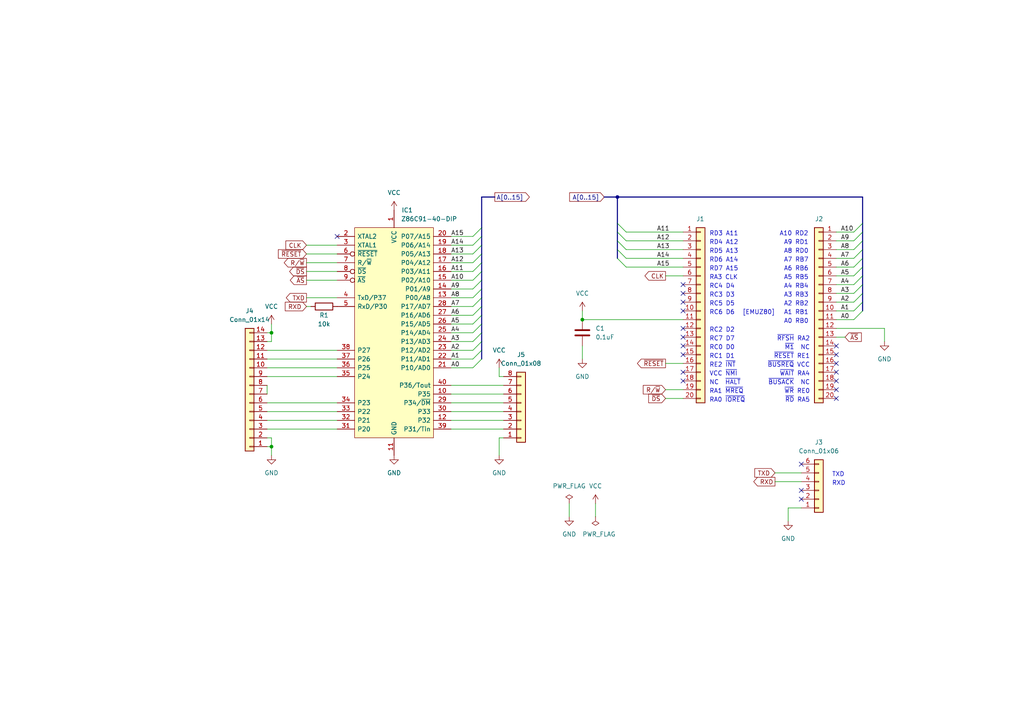
<source format=kicad_sch>
(kicad_sch (version 20211123) (generator eeschema)
  (paper "A4")
  (title_block (title "MEZZ8 Mezzanine board for EMUZ80") (date "2022-11-06") (rev "A") (company "SatoshiOkue"))
  (lib_symbols
    (symbol "0-My_Parts:Z86C91-40-DIP" (pin_names (offset 0.762))
      (property "Reference" "IC" (at 21.59 5.08 0))
      (property "Value" "Z86C91-40-DIP" (at 21.59 2.54 0))
      (symbol "Z86C91-40-DIP_0_0"
        (pin power_in line (at 11.43 5.08 270) (length 5.08) (name "VCC") (number "1"))
        (pin output line (at 27.94 -48.26 180) (length 5.08) (name "P35") (number "10"))
        (pin power_in line (at 11.43 -66.04 90) (length 5.08) (name "GND") (number "11"))
        (pin input line (at 27.94 -55.88 180) (length 5.08) (name "P32") (number "12"))
        (pin bidirectional line (at 27.94 -20.32 180) (length 5.08) (name "P00/A8") (number "13"))
        (pin bidirectional line (at 27.94 -17.78 180) (length 5.08) (name "P01/A9") (number "14"))
        (pin bidirectional line (at 27.94 -15.24 180) (length 5.08) (name "P02/A10") (number "15"))
        (pin bidirectional line (at 27.94 -12.7 180) (length 5.08) (name "P03/A11") (number "16"))
        (pin bidirectional line (at 27.94 -10.16 180) (length 5.08) (name "P04/A12") (number "17"))
        (pin bidirectional line (at 27.94 -7.62 180) (length 5.08) (name "P05/A13") (number "18"))
        (pin bidirectional line (at 27.94 -5.08 180) (length 5.08) (name "P06/A14") (number "19"))
        (pin output line (at -5.08 -2.54 0) (length 5.08) (name "XTAL2") (number "2"))
        (pin bidirectional line (at 27.94 -2.54 180) (length 5.08) (name "P07/A15") (number "20"))
        (pin bidirectional line (at 27.94 -40.64 180) (length 5.08) (name "P10/AD0") (number "21"))
        (pin bidirectional line (at 27.94 -38.1 180) (length 5.08) (name "P11/AD1") (number "22"))
        (pin bidirectional line (at 27.94 -35.56 180) (length 5.08) (name "P12/AD2") (number "23"))
        (pin bidirectional line (at 27.94 -33.02 180) (length 5.08) (name "P13/AD3") (number "24"))
        (pin bidirectional line (at 27.94 -30.48 180) (length 5.08) (name "P14/AD4") (number "25"))
        (pin bidirectional line (at 27.94 -27.94 180) (length 5.08) (name "P15/AD5") (number "26"))
        (pin bidirectional line (at 27.94 -25.4 180) (length 5.08) (name "P16/AD6") (number "27"))
        (pin bidirectional line (at 27.94 -22.86 180) (length 5.08) (name "P17/AD7") (number "28"))
        (pin output line (at 27.94 -50.8 180) (length 5.08) (name "P34/~{DM}") (number "29"))
        (pin input line (at -5.08 -5.08 0) (length 5.08) (name "XTAL1") (number "3"))
        (pin input line (at 27.94 -53.34 180) (length 5.08) (name "P33") (number "30"))
        (pin bidirectional line (at -5.08 -58.42 0) (length 5.08) (name "P20") (number "31"))
        (pin bidirectional line (at -5.08 -55.88 0) (length 5.08) (name "P21") (number "32"))
        (pin bidirectional line (at -5.08 -53.34 0) (length 5.08) (name "P22") (number "33"))
        (pin bidirectional line (at -5.08 -50.8 0) (length 5.08) (name "P23") (number "34"))
        (pin bidirectional line (at -5.08 -43.18 0) (length 5.08) (name "P24") (number "35"))
        (pin bidirectional line (at -5.08 -40.64 0) (length 5.08) (name "P25") (number "36"))
        (pin bidirectional line (at -5.08 -38.1 0) (length 5.08) (name "P26") (number "37"))
        (pin bidirectional line (at -5.08 -35.56 0) (length 5.08) (name "P27") (number "38"))
        (pin input line (at 27.94 -58.42 180) (length 5.08) (name "P31/Tin") (number "39"))
        (pin output line (at -5.08 -20.32 0) (length 5.08) (name "TxD/P37") (number "4"))
        (pin output line (at 27.94 -45.72 180) (length 5.08) (name "P36/Tout") (number "40"))
        (pin input line (at -5.08 -22.86 0) (length 5.08) (name "RxD/P30") (number "5"))
        (pin input inverted (at -5.08 -7.62 0) (length 5.08) (name "~{RESET}") (number "6"))
        (pin output line (at -5.08 -10.16 0) (length 5.08) (name "R/~{W}") (number "7"))
        (pin output inverted (at -5.08 -12.7 0) (length 5.08) (name "~{DS}") (number "8"))
        (pin output inverted (at -5.08 -15.24 0) (length 5.08) (name "~{AS}") (number "9"))
      )
      (symbol "Z86C91-40-DIP_0_1"
        (polyline (pts (xy 0 0) (xy 22.86 0) (xy 22.86 -60.96) (xy 0 -60.96) (xy 0 0)) (stroke (width 0.1524)) (fill (type background)))
      )
    )
    (symbol "Connector_Generic:Conn_01x06" (pin_names (offset 1.016) hide)
      (property "Reference" "J" (at 0 7.62 0))
      (property "Value" "Conn_01x06" (at 0 -10.16 0))
      (symbol "Conn_01x06_1_1"
        (rectangle (start -1.27 -7.493) (end 0 -7.747) (stroke (width 0.1524)))
        (rectangle (start -1.27 -4.953) (end 0 -5.207) (stroke (width 0.1524)))
        (rectangle (start -1.27 -2.413) (end 0 -2.667) (stroke (width 0.1524)))
        (rectangle (start -1.27 0.127) (end 0 -0.127) (stroke (width 0.1524)))
        (rectangle (start -1.27 2.667) (end 0 2.413) (stroke (width 0.1524)))
        (rectangle (start -1.27 5.207) (end 0 4.953) (stroke (width 0.1524)))
        (rectangle (start -1.27 6.35) (end 1.27 -8.89) (stroke (width 0.254)) (fill (type background)))
        (pin passive line (at -5.08 5.08 0) (length 3.81) (name "Pin_1") (number "1"))
        (pin passive line (at -5.08 2.54 0) (length 3.81) (name "Pin_2") (number "2"))
        (pin passive line (at -5.08 0 0) (length 3.81) (name "Pin_3") (number "3"))
        (pin passive line (at -5.08 -2.54 0) (length 3.81) (name "Pin_4") (number "4"))
        (pin passive line (at -5.08 -5.08 0) (length 3.81) (name "Pin_5") (number "5"))
        (pin passive line (at -5.08 -7.62 0) (length 3.81) (name "Pin_6") (number "6"))
      )
    )
    (symbol "Connector_Generic:Conn_01x08" (pin_names (offset 1.016) hide)
      (property "Reference" "J" (at 0 10.16 0))
      (property "Value" "Conn_01x08" (at 0 -12.7 0))
      (symbol "Conn_01x08_1_1"
        (rectangle (start -1.27 -10.033) (end 0 -10.287) (stroke (width 0.1524)))
        (rectangle (start -1.27 -7.493) (end 0 -7.747) (stroke (width 0.1524)))
        (rectangle (start -1.27 -4.953) (end 0 -5.207) (stroke (width 0.1524)))
        (rectangle (start -1.27 -2.413) (end 0 -2.667) (stroke (width 0.1524)))
        (rectangle (start -1.27 0.127) (end 0 -0.127) (stroke (width 0.1524)))
        (rectangle (start -1.27 2.667) (end 0 2.413) (stroke (width 0.1524)))
        (rectangle (start -1.27 5.207) (end 0 4.953) (stroke (width 0.1524)))
        (rectangle (start -1.27 7.747) (end 0 7.493) (stroke (width 0.1524)))
        (rectangle (start -1.27 8.89) (end 1.27 -11.43) (stroke (width 0.254)) (fill (type background)))
        (pin passive line (at -5.08 7.62 0) (length 3.81) (name "Pin_1") (number "1"))
        (pin passive line (at -5.08 5.08 0) (length 3.81) (name "Pin_2") (number "2"))
        (pin passive line (at -5.08 2.54 0) (length 3.81) (name "Pin_3") (number "3"))
        (pin passive line (at -5.08 0 0) (length 3.81) (name "Pin_4") (number "4"))
        (pin passive line (at -5.08 -2.54 0) (length 3.81) (name "Pin_5") (number "5"))
        (pin passive line (at -5.08 -5.08 0) (length 3.81) (name "Pin_6") (number "6"))
        (pin passive line (at -5.08 -7.62 0) (length 3.81) (name "Pin_7") (number "7"))
        (pin passive line (at -5.08 -10.16 0) (length 3.81) (name "Pin_8") (number "8"))
      )
    )
    (symbol "Connector_Generic:Conn_01x14" (pin_names (offset 1.016) hide)
      (property "Reference" "J" (at 0 17.78 0))
      (property "Value" "Conn_01x14" (at 0 -20.32 0))
      (symbol "Conn_01x14_1_1"
        (rectangle (start -1.27 -17.653) (end 0 -17.907) (stroke (width 0.1524)))
        (rectangle (start -1.27 -15.113) (end 0 -15.367) (stroke (width 0.1524)))
        (rectangle (start -1.27 -12.573) (end 0 -12.827) (stroke (width 0.1524)))
        (rectangle (start -1.27 -10.033) (end 0 -10.287) (stroke (width 0.1524)))
        (rectangle (start -1.27 -7.493) (end 0 -7.747) (stroke (width 0.1524)))
        (rectangle (start -1.27 -4.953) (end 0 -5.207) (stroke (width 0.1524)))
        (rectangle (start -1.27 -2.413) (end 0 -2.667) (stroke (width 0.1524)))
        (rectangle (start -1.27 0.127) (end 0 -0.127) (stroke (width 0.1524)))
        (rectangle (start -1.27 2.667) (end 0 2.413) (stroke (width 0.1524)))
        (rectangle (start -1.27 5.207) (end 0 4.953) (stroke (width 0.1524)))
        (rectangle (start -1.27 7.747) (end 0 7.493) (stroke (width 0.1524)))
        (rectangle (start -1.27 10.287) (end 0 10.033) (stroke (width 0.1524)))
        (rectangle (start -1.27 12.827) (end 0 12.573) (stroke (width 0.1524)))
        (rectangle (start -1.27 15.367) (end 0 15.113) (stroke (width 0.1524)))
        (rectangle (start -1.27 16.51) (end 1.27 -19.05) (stroke (width 0.254)) (fill (type background)))
        (pin passive line (at -5.08 15.24 0) (length 3.81) (name "Pin_1") (number "1"))
        (pin passive line (at -5.08 -7.62 0) (length 3.81) (name "Pin_10") (number "10"))
        (pin passive line (at -5.08 -10.16 0) (length 3.81) (name "Pin_11") (number "11"))
        (pin passive line (at -5.08 -12.7 0) (length 3.81) (name "Pin_12") (number "12"))
        (pin passive line (at -5.08 -15.24 0) (length 3.81) (name "Pin_13") (number "13"))
        (pin passive line (at -5.08 -17.78 0) (length 3.81) (name "Pin_14") (number "14"))
        (pin passive line (at -5.08 12.7 0) (length 3.81) (name "Pin_2") (number "2"))
        (pin passive line (at -5.08 10.16 0) (length 3.81) (name "Pin_3") (number "3"))
        (pin passive line (at -5.08 7.62 0) (length 3.81) (name "Pin_4") (number "4"))
        (pin passive line (at -5.08 5.08 0) (length 3.81) (name "Pin_5") (number "5"))
        (pin passive line (at -5.08 2.54 0) (length 3.81) (name "Pin_6") (number "6"))
        (pin passive line (at -5.08 0 0) (length 3.81) (name "Pin_7") (number "7"))
        (pin passive line (at -5.08 -2.54 0) (length 3.81) (name "Pin_8") (number "8"))
        (pin passive line (at -5.08 -5.08 0) (length 3.81) (name "Pin_9") (number "9"))
      )
    )
    (symbol "Connector_Generic:Conn_01x20" (pin_names (offset 1.016) hide)
      (property "Reference" "J" (at 0 25.4 0))
      (property "Value" "Conn_01x20" (at 0 -27.94 0))
      (symbol "Conn_01x20_1_1"
        (rectangle (start -1.27 -25.273) (end 0 -25.527) (stroke (width 0.1524)))
        (rectangle (start -1.27 -22.733) (end 0 -22.987) (stroke (width 0.1524)))
        (rectangle (start -1.27 -20.193) (end 0 -20.447) (stroke (width 0.1524)))
        (rectangle (start -1.27 -17.653) (end 0 -17.907) (stroke (width 0.1524)))
        (rectangle (start -1.27 -15.113) (end 0 -15.367) (stroke (width 0.1524)))
        (rectangle (start -1.27 -12.573) (end 0 -12.827) (stroke (width 0.1524)))
        (rectangle (start -1.27 -10.033) (end 0 -10.287) (stroke (width 0.1524)))
        (rectangle (start -1.27 -7.493) (end 0 -7.747) (stroke (width 0.1524)))
        (rectangle (start -1.27 -4.953) (end 0 -5.207) (stroke (width 0.1524)))
        (rectangle (start -1.27 -2.413) (end 0 -2.667) (stroke (width 0.1524)))
        (rectangle (start -1.27 0.127) (end 0 -0.127) (stroke (width 0.1524)))
        (rectangle (start -1.27 2.667) (end 0 2.413) (stroke (width 0.1524)))
        (rectangle (start -1.27 5.207) (end 0 4.953) (stroke (width 0.1524)))
        (rectangle (start -1.27 7.747) (end 0 7.493) (stroke (width 0.1524)))
        (rectangle (start -1.27 10.287) (end 0 10.033) (stroke (width 0.1524)))
        (rectangle (start -1.27 12.827) (end 0 12.573) (stroke (width 0.1524)))
        (rectangle (start -1.27 15.367) (end 0 15.113) (stroke (width 0.1524)))
        (rectangle (start -1.27 17.907) (end 0 17.653) (stroke (width 0.1524)))
        (rectangle (start -1.27 20.447) (end 0 20.193) (stroke (width 0.1524)))
        (rectangle (start -1.27 22.987) (end 0 22.733) (stroke (width 0.1524)))
        (rectangle (start -1.27 24.13) (end 1.27 -26.67) (stroke (width 0.254)) (fill (type background)))
        (pin passive line (at -5.08 22.86 0) (length 3.81) (name "Pin_1") (number "1"))
        (pin passive line (at -5.08 0 0) (length 3.81) (name "Pin_10") (number "10"))
        (pin passive line (at -5.08 -2.54 0) (length 3.81) (name "Pin_11") (number "11"))
        (pin passive line (at -5.08 -5.08 0) (length 3.81) (name "Pin_12") (number "12"))
        (pin passive line (at -5.08 -7.62 0) (length 3.81) (name "Pin_13") (number "13"))
        (pin passive line (at -5.08 -10.16 0) (length 3.81) (name "Pin_14") (number "14"))
        (pin passive line (at -5.08 -12.7 0) (length 3.81) (name "Pin_15") (number "15"))
        (pin passive line (at -5.08 -15.24 0) (length 3.81) (name "Pin_16") (number "16"))
        (pin passive line (at -5.08 -17.78 0) (length 3.81) (name "Pin_17") (number "17"))
        (pin passive line (at -5.08 -20.32 0) (length 3.81) (name "Pin_18") (number "18"))
        (pin passive line (at -5.08 -22.86 0) (length 3.81) (name "Pin_19") (number "19"))
        (pin passive line (at -5.08 20.32 0) (length 3.81) (name "Pin_2") (number "2"))
        (pin passive line (at -5.08 -25.4 0) (length 3.81) (name "Pin_20") (number "20"))
        (pin passive line (at -5.08 17.78 0) (length 3.81) (name "Pin_3") (number "3"))
        (pin passive line (at -5.08 15.24 0) (length 3.81) (name "Pin_4") (number "4"))
        (pin passive line (at -5.08 12.7 0) (length 3.81) (name "Pin_5") (number "5"))
        (pin passive line (at -5.08 10.16 0) (length 3.81) (name "Pin_6") (number "6"))
        (pin passive line (at -5.08 7.62 0) (length 3.81) (name "Pin_7") (number "7"))
        (pin passive line (at -5.08 5.08 0) (length 3.81) (name "Pin_8") (number "8"))
        (pin passive line (at -5.08 2.54 0) (length 3.81) (name "Pin_9") (number "9"))
      )
    )
    (symbol "Device:C" (pin_numbers hide) (pin_names (offset 0.254))
      (property "Reference" "C" (at 0.635 2.54 0))
      (property "Value" "C" (at 0.635 -2.54 0))
      (symbol "C_0_1"
        (polyline (pts (xy -2.032 -0.762) (xy 2.032 -0.762)) (stroke (width 0.508)))
        (polyline (pts (xy -2.032 0.762) (xy 2.032 0.762)) (stroke (width 0.508)))
      )
      (symbol "C_1_1"
        (pin passive line (at 0 3.81 270) (length 2.794) (name "~") (number "1"))
        (pin passive line (at 0 -3.81 90) (length 2.794) (name "~") (number "2"))
      )
    )
    (symbol "Device:R" (pin_numbers hide) (pin_names (offset 0))
      (property "Reference" "R" (at 2.032 0 90))
      (property "Value" "R" (at 0 0 90))
      (symbol "R_0_1"
        (rectangle (start -1.016 -2.54) (end 1.016 2.54) (stroke (width 0.254)))
      )
      (symbol "R_1_1"
        (pin passive line (at 0 3.81 270) (length 1.27) (name "~") (number "1"))
        (pin passive line (at 0 -3.81 90) (length 1.27) (name "~") (number "2"))
      )
    )
    (symbol "power:GND" (power) (pin_names (offset 0))
      (property "Value" "GND" (at 0 -3.81 0))
      (symbol "GND_0_1"
        (polyline (pts (xy 0 0) (xy 0 -1.27) (xy 1.27 -1.27) (xy 0 -2.54) (xy -1.27 -1.27) (xy 0 -1.27)))
      )
      (symbol "GND_1_1"
        (pin power_in line (at 0 0 270) (length 0) hide (name "GND") (number "1"))
      )
    )
    (symbol "power:PWR_FLAG" (power) (pin_numbers hide) (pin_names (offset 0) hide)
      (property "Value" "PWR_FLAG" (at 0 3.81 0))
      (symbol "PWR_FLAG_0_0"
        (pin power_out line (at 0 0 90) (length 0) (name "pwr") (number "1"))
      )
      (symbol "PWR_FLAG_0_1"
        (polyline (pts (xy 0 0) (xy 0 1.27) (xy -1.016 1.905) (xy 0 2.54) (xy 1.016 1.905) (xy 0 1.27)))
      )
    )
    (symbol "power:VCC" (power) (pin_names (offset 0))
      (property "Value" "VCC" (at 0 3.81 0))
      (symbol "VCC_0_1"
        (polyline (pts (xy -0.762 1.27) (xy 0 2.54)))
        (polyline (pts (xy 0 0) (xy 0 2.54)))
        (polyline (pts (xy 0 2.54) (xy 0.762 1.27)))
      )
      (symbol "VCC_1_1"
        (pin power_in line (at 0 0 90) (length 0) hide (name "VCC") (number "1"))
      )
    )
  )
  (junction (at 168.91 92.71))
  (junction (at 78.74 129.54))
  (junction (at 179.07 57.15))
  (junction (at 78.74 96.52))
  (no_connect (at 242.57 100.33))
  (no_connect (at 242.57 110.49))
  (no_connect (at 198.12 110.49))
  (no_connect (at 232.41 144.78))
  (no_connect (at 232.41 142.24))
  (no_connect (at 232.41 134.62))
  (no_connect (at 198.12 107.95))
  (no_connect (at 242.57 105.41))
  (no_connect (at 198.12 95.25))
  (no_connect (at 198.12 97.79))
  (no_connect (at 198.12 100.33))
  (no_connect (at 198.12 102.87))
  (no_connect (at 198.12 82.55))
  (no_connect (at 198.12 85.09))
  (no_connect (at 198.12 87.63))
  (no_connect (at 198.12 90.17))
  (no_connect (at 97.79 68.58))
  (no_connect (at 242.57 113.03))
  (no_connect (at 242.57 115.57))
  (no_connect (at 242.57 102.87))
  (no_connect (at 242.57 107.95))
  (bus_entry (at 250.19 74.93) (size -2.54 2.54))
  (bus_entry (at 179.07 72.39) (size 2.54 2.54))
  (bus_entry (at 250.19 87.63) (size -2.54 2.54))
  (bus_entry (at 139.7 76.2) (size -2.54 2.54))
  (bus_entry (at 250.19 64.77) (size -2.54 2.54))
  (bus_entry (at 139.7 83.82) (size -2.54 2.54))
  (bus_entry (at 250.19 72.39) (size -2.54 2.54))
  (bus_entry (at 250.19 90.17) (size -2.54 2.54))
  (bus_entry (at 139.7 104.14) (size -2.54 2.54))
  (bus_entry (at 139.7 71.12) (size -2.54 2.54))
  (bus_entry (at 139.7 81.28) (size -2.54 2.54))
  (bus_entry (at 250.19 80.01) (size -2.54 2.54))
  (bus_entry (at 179.07 67.31) (size 2.54 2.54))
  (bus_entry (at 179.07 74.93) (size 2.54 2.54))
  (bus_entry (at 179.07 69.85) (size 2.54 2.54))
  (bus_entry (at 139.7 88.9) (size -2.54 2.54))
  (bus_entry (at 179.07 64.77) (size 2.54 2.54))
  (bus_entry (at 139.7 96.52) (size -2.54 2.54))
  (bus_entry (at 250.19 67.31) (size -2.54 2.54))
  (bus_entry (at 250.19 77.47) (size -2.54 2.54))
  (bus_entry (at 139.7 99.06) (size -2.54 2.54))
  (bus_entry (at 250.19 82.55) (size -2.54 2.54))
  (bus_entry (at 139.7 73.66) (size -2.54 2.54))
  (bus_entry (at 139.7 68.58) (size -2.54 2.54))
  (bus_entry (at 139.7 78.74) (size -2.54 2.54))
  (bus_entry (at 139.7 101.6) (size -2.54 2.54))
  (bus_entry (at 139.7 93.98) (size -2.54 2.54))
  (bus_entry (at 139.7 86.36) (size -2.54 2.54))
  (bus_entry (at 250.19 69.85) (size -2.54 2.54))
  (bus_entry (at 139.7 66.04) (size -2.54 2.54))
  (bus_entry (at 139.7 91.44) (size -2.54 2.54))
  (bus_entry (at 250.19 85.09) (size -2.54 2.54))
  (wire (pts (xy 232.41 147.32) (xy 228.6 147.32)))
  (wire (pts (xy 130.81 99.06) (xy 137.16 99.06)))
  (bus (pts (xy 139.7 71.12) (xy 139.7 73.66)))
  (bus (pts (xy 139.7 86.36) (xy 139.7 88.9)))
  (wire (pts (xy 242.57 97.79) (xy 245.11 97.79)))
  (wire (pts (xy 168.91 100.33) (xy 168.91 104.14)))
  (bus (pts (xy 139.7 68.58) (xy 139.7 71.12)))
  (bus (pts (xy 139.7 96.52) (xy 139.7 99.06)))
  (wire (pts (xy 242.57 95.25) (xy 256.54 95.25)))
  (bus (pts (xy 139.7 93.98) (xy 139.7 96.52)))
  (wire (pts (xy 88.9 81.28) (xy 97.79 81.28)))
  (wire (pts (xy 130.81 101.6) (xy 137.16 101.6)))
  (bus (pts (xy 250.19 77.47) (xy 250.19 80.01)))
  (wire (pts (xy 130.81 124.46) (xy 146.05 124.46)))
  (bus (pts (xy 250.19 67.31) (xy 250.19 69.85)))
  (bus (pts (xy 250.19 74.93) (xy 250.19 77.47)))
  (wire (pts (xy 224.79 139.7) (xy 232.41 139.7)))
  (wire (pts (xy 77.47 109.22) (xy 97.79 109.22)))
  (bus (pts (xy 250.19 85.09) (xy 250.19 87.63)))
  (wire (pts (xy 77.47 129.54) (xy 78.74 129.54)))
  (wire (pts (xy 181.61 67.31) (xy 198.12 67.31)))
  (wire (pts (xy 228.6 147.32) (xy 228.6 151.13)))
  (wire (pts (xy 144.78 106.68) (xy 144.78 109.22)))
  (wire (pts (xy 242.57 67.31) (xy 247.65 67.31)))
  (bus (pts (xy 139.7 83.82) (xy 139.7 86.36)))
  (wire (pts (xy 130.81 76.2) (xy 137.16 76.2)))
  (wire (pts (xy 77.47 116.84) (xy 97.79 116.84)))
  (wire (pts (xy 78.74 129.54) (xy 78.74 132.08)))
  (wire (pts (xy 88.9 78.74) (xy 97.79 78.74)))
  (wire (pts (xy 130.81 83.82) (xy 137.16 83.82)))
  (wire (pts (xy 130.81 81.28) (xy 137.16 81.28)))
  (bus (pts (xy 250.19 64.77) (xy 250.19 67.31)))
  (wire (pts (xy 130.81 111.76) (xy 146.05 111.76)))
  (wire (pts (xy 168.91 92.71) (xy 198.12 92.71)))
  (wire (pts (xy 181.61 74.93) (xy 198.12 74.93)))
  (wire (pts (xy 77.47 121.92) (xy 97.79 121.92)))
  (bus (pts (xy 139.7 73.66) (xy 139.7 76.2)))
  (bus (pts (xy 179.07 64.77) (xy 179.07 57.15)))
  (wire (pts (xy 130.81 93.98) (xy 137.16 93.98)))
  (wire (pts (xy 130.81 116.84) (xy 146.05 116.84)))
  (bus (pts (xy 175.26 57.15) (xy 179.07 57.15)))
  (bus (pts (xy 250.19 57.15) (xy 250.19 64.77)))
  (bus (pts (xy 250.19 80.01) (xy 250.19 82.55)))
  (wire (pts (xy 181.61 69.85) (xy 198.12 69.85)))
  (bus (pts (xy 179.07 74.93) (xy 179.07 72.39)))
  (bus (pts (xy 143.51 57.15) (xy 139.7 57.15)))
  (wire (pts (xy 242.57 69.85) (xy 247.65 69.85)))
  (wire (pts (xy 130.81 86.36) (xy 137.16 86.36)))
  (bus (pts (xy 139.7 66.04) (xy 139.7 68.58)))
  (wire (pts (xy 78.74 96.52) (xy 78.74 93.98)))
  (wire (pts (xy 88.9 88.9) (xy 90.17 88.9)))
  (wire (pts (xy 172.72 146.05) (xy 172.72 149.86)))
  (wire (pts (xy 77.47 101.6) (xy 97.79 101.6)))
  (wire (pts (xy 242.57 90.17) (xy 247.65 90.17)))
  (wire (pts (xy 130.81 91.44) (xy 137.16 91.44)))
  (bus (pts (xy 139.7 81.28) (xy 139.7 83.82)))
  (bus (pts (xy 139.7 88.9) (xy 139.7 91.44)))
  (wire (pts (xy 193.04 115.57) (xy 198.12 115.57)))
  (wire (pts (xy 224.79 137.16) (xy 232.41 137.16)))
  (bus (pts (xy 179.07 72.39) (xy 179.07 69.85)))
  (wire (pts (xy 77.47 106.68) (xy 97.79 106.68)))
  (bus (pts (xy 139.7 57.15) (xy 139.7 66.04)))
  (wire (pts (xy 88.9 71.12) (xy 97.79 71.12)))
  (bus (pts (xy 250.19 87.63) (xy 250.19 90.17)))
  (wire (pts (xy 242.57 77.47) (xy 247.65 77.47)))
  (wire (pts (xy 242.57 74.93) (xy 247.65 74.93)))
  (wire (pts (xy 130.81 106.68) (xy 137.16 106.68)))
  (wire (pts (xy 242.57 82.55) (xy 247.65 82.55)))
  (wire (pts (xy 242.57 92.71) (xy 247.65 92.71)))
  (wire (pts (xy 193.04 113.03) (xy 198.12 113.03)))
  (wire (pts (xy 130.81 68.58) (xy 137.16 68.58)))
  (bus (pts (xy 179.07 57.15) (xy 250.19 57.15)))
  (wire (pts (xy 77.47 104.14) (xy 97.79 104.14)))
  (wire (pts (xy 144.78 109.22) (xy 146.05 109.22)))
  (wire (pts (xy 77.47 119.38) (xy 97.79 119.38)))
  (wire (pts (xy 130.81 88.9) (xy 137.16 88.9)))
  (wire (pts (xy 88.9 73.66) (xy 97.79 73.66)))
  (wire (pts (xy 193.04 80.01) (xy 198.12 80.01)))
  (wire (pts (xy 256.54 95.25) (xy 256.54 99.06)))
  (wire (pts (xy 168.91 90.17) (xy 168.91 92.71)))
  (wire (pts (xy 242.57 80.01) (xy 247.65 80.01)))
  (wire (pts (xy 130.81 96.52) (xy 137.16 96.52)))
  (wire (pts (xy 242.57 85.09) (xy 247.65 85.09)))
  (wire (pts (xy 165.1 146.05) (xy 165.1 149.86)))
  (bus (pts (xy 179.07 67.31) (xy 179.07 64.77)))
  (wire (pts (xy 130.81 114.3) (xy 146.05 114.3)))
  (bus (pts (xy 139.7 101.6) (xy 139.7 104.14)))
  (wire (pts (xy 181.61 77.47) (xy 198.12 77.47)))
  (bus (pts (xy 250.19 82.55) (xy 250.19 85.09)))
  (bus (pts (xy 139.7 91.44) (xy 139.7 93.98)))
  (wire (pts (xy 77.47 124.46) (xy 97.79 124.46)))
  (wire (pts (xy 181.61 72.39) (xy 198.12 72.39)))
  (wire (pts (xy 77.47 111.76) (xy 77.47 114.3)))
  (bus (pts (xy 179.07 69.85) (xy 179.07 67.31)))
  (wire (pts (xy 130.81 73.66) (xy 137.16 73.66)))
  (wire (pts (xy 78.74 127) (xy 78.74 129.54)))
  (bus (pts (xy 139.7 99.06) (xy 139.7 101.6)))
  (wire (pts (xy 242.57 87.63) (xy 247.65 87.63)))
  (wire (pts (xy 130.81 78.74) (xy 137.16 78.74)))
  (wire (pts (xy 130.81 71.12) (xy 137.16 71.12)))
  (wire (pts (xy 193.04 105.41) (xy 198.12 105.41)))
  (wire (pts (xy 88.9 86.36) (xy 97.79 86.36)))
  (wire (pts (xy 130.81 104.14) (xy 137.16 104.14)))
  (wire (pts (xy 130.81 121.92) (xy 146.05 121.92)))
  (bus (pts (xy 139.7 76.2) (xy 139.7 78.74)))
  (wire (pts (xy 88.9 76.2) (xy 97.79 76.2)))
  (wire (pts (xy 144.78 127) (xy 144.78 132.08)))
  (bus (pts (xy 250.19 69.85) (xy 250.19 72.39)))
  (wire (pts (xy 242.57 72.39) (xy 247.65 72.39)))
  (wire (pts (xy 130.81 119.38) (xy 146.05 119.38)))
  (wire (pts (xy 146.05 127) (xy 144.78 127)))
  (wire (pts (xy 77.47 96.52) (xy 78.74 96.52)))
  (wire (pts (xy 77.47 127) (xy 78.74 127)))
  (bus (pts (xy 250.19 72.39) (xy 250.19 74.93)))
  (bus (pts (xy 139.7 78.74) (xy 139.7 81.28)))
  (wire (pts (xy 77.47 99.06) (xy 78.74 99.06)))
  (wire (pts (xy 78.74 99.06) (xy 78.74 96.52)))
  (text "RC6 D6" (at 205.74 91.44 0) (effects (font (size 1.27 1.27)) (justify left bottom)))
  (text "RXD" (at 241.3 140.97 0) (effects (font (size 1.27 1.27)) (justify left bottom)))
  (text "A10 RD2" (at 226.06 68.58 0) (effects (font (size 1.27 1.27)) (justify left bottom)))
  (text "~{RFSH} RA2" (at 234.95 99.06 180) (effects (font (size 1.27 1.27)) (justify right bottom)))
  (text "[EMUZ80]" (at 224.79 91.44 180) (effects (font (size 1.27 1.27)) (justify right bottom)))
  (text "RD4 A12" (at 205.74 71.12 0) (effects (font (size 1.27 1.27)) (justify left bottom)))
  (text "VCC ~{NMI}" (at 205.74 109.22 0) (effects (font (size 1.27 1.27)) (justify left bottom)))
  (text "RC4 D4" (at 205.74 83.82 0) (effects (font (size 1.27 1.27)) (justify left bottom)))
  (text "TXD" (at 241.3 138.43 0) (effects (font (size 1.27 1.27)) (justify left bottom)))
  (text "RC2 D2" (at 205.74 96.52 0) (effects (font (size 1.27 1.27)) (justify left bottom)))
  (text "RA3 CLK" (at 205.74 81.28 0) (effects (font (size 1.27 1.27)) (justify left bottom)))
  (text "A2 RB2" (at 227.33 88.9 0) (effects (font (size 1.27 1.27)) (justify left bottom)))
  (text "A5 RB5" (at 227.33 81.28 0) (effects (font (size 1.27 1.27)) (justify left bottom)))
  (text "~{M1}  NC" (at 234.95 101.6 180) (effects (font (size 1.27 1.27)) (justify right bottom)))
  (text "RE2 ~{INT}" (at 205.74 106.68 0) (effects (font (size 1.27 1.27)) (justify left bottom)))
  (text "RC0 D0" (at 205.74 101.6 0) (effects (font (size 1.27 1.27)) (justify left bottom)))
  (text "A0 RB0" (at 227.33 93.98 0) (effects (font (size 1.27 1.27)) (justify left bottom)))
  (text "A7 RB7" (at 227.33 76.2 0) (effects (font (size 1.27 1.27)) (justify left bottom)))
  (text "RC1 D1" (at 205.74 104.14 0) (effects (font (size 1.27 1.27)) (justify left bottom)))
  (text "A3 RB3" (at 227.33 86.36 0) (effects (font (size 1.27 1.27)) (justify left bottom)))
  (text "~{BUSREQ} VCC" (at 234.95 106.68 180) (effects (font (size 1.27 1.27)) (justify right bottom)))
  (text "RD6 A14" (at 205.74 76.2 0) (effects (font (size 1.27 1.27)) (justify left bottom)))
  (text "RD3 A11" (at 205.74 68.58 0) (effects (font (size 1.27 1.27)) (justify left bottom)))
  (text "~{WAIT} RA4" (at 234.95 109.22 180) (effects (font (size 1.27 1.27)) (justify right bottom)))
  (text "A4 RB4" (at 227.33 83.82 0) (effects (font (size 1.27 1.27)) (justify left bottom)))
  (text "RA0 ~{IOREQ}" (at 205.74 116.84 0) (effects (font (size 1.27 1.27)) (justify left bottom)))
  (text "~{BUSACK}  NC" (at 234.95 111.76 180) (effects (font (size 1.27 1.27)) (justify right bottom)))
  (text "A8 RD0" (at 227.33 73.66 0) (effects (font (size 1.27 1.27)) (justify left bottom)))
  (text "~{WR} RE0" (at 234.95 114.3 180) (effects (font (size 1.27 1.27)) (justify right bottom)))
  (text "RA1 ~{MREQ}" (at 205.74 114.3 0) (effects (font (size 1.27 1.27)) (justify left bottom)))
  (text "RC3 D3" (at 205.74 86.36 0) (effects (font (size 1.27 1.27)) (justify left bottom)))
  (text "~{RESET} RE1" (at 234.95 104.14 180) (effects (font (size 1.27 1.27)) (justify right bottom)))
  (text "A6 RB6" (at 227.33 78.74 0) (effects (font (size 1.27 1.27)) (justify left bottom)))
  (text "A1 RB1" (at 227.33 91.44 0) (effects (font (size 1.27 1.27)) (justify left bottom)))
  (text "RC7 D7" (at 205.74 99.06 0) (effects (font (size 1.27 1.27)) (justify left bottom)))
  (text "RC5 D5" (at 205.74 88.9 0) (effects (font (size 1.27 1.27)) (justify left bottom)))
  (text "RD5 A13" (at 205.74 73.66 0) (effects (font (size 1.27 1.27)) (justify left bottom)))
  (text "A9 RD1" (at 227.33 71.12 0) (effects (font (size 1.27 1.27)) (justify left bottom)))
  (text "NC  ~{HALT}" (at 205.74 111.76 0) (effects (font (size 1.27 1.27)) (justify left bottom)))
  (text "RD7 A15" (at 205.74 78.74 0) (effects (font (size 1.27 1.27)) (justify left bottom)))
  (text "~{RD} RA5" (at 234.95 116.84 180) (effects (font (size 1.27 1.27)) (justify right bottom)))
  (label "A13" (at 190.5 72.39 0))
  (label "A7" (at 130.81 88.9 0))
  (label "A14" (at 130.81 71.12 0))
  (label "A5" (at 243.84 80.01 0))
  (label "A3" (at 243.84 85.09 0))
  (label "A1" (at 243.84 90.17 0))
  (label "A2" (at 243.84 87.63 0))
  (label "A6" (at 243.84 77.47 0))
  (label "A14" (at 190.5 74.93 0))
  (label "A0" (at 243.84 92.71 0))
  (label "A11" (at 130.81 78.74 0))
  (label "A4" (at 243.84 82.55 0))
  (label "A13" (at 130.81 73.66 0))
  (label "A2" (at 130.81 101.6 0))
  (label "A15" (at 130.81 68.58 0))
  (label "A12" (at 130.81 76.2 0))
  (label "A4" (at 130.81 96.52 0))
  (label "A0" (at 130.81 106.68 0))
  (label "A3" (at 130.81 99.06 0))
  (label "A10" (at 130.81 81.28 0))
  (label "A11" (at 190.5 67.31 0))
  (label "A1" (at 130.81 104.14 0))
  (label "A7" (at 243.84 74.93 0))
  (label "A5" (at 130.81 93.98 0))
  (label "A15" (at 190.5 77.47 0))
  (label "A8" (at 130.81 86.36 0))
  (label "A9" (at 130.81 83.82 0))
  (label "A10" (at 243.84 67.31 0))
  (label "A8" (at 243.84 72.39 0))
  (label "A12" (at 190.5 69.85 0))
  (label "A9" (at 243.84 69.85 0))
  (label "A6" (at 130.81 91.44 0))
  (global_label "~{DS}" (shape input) (at 193.04 115.57 180) (property "シート間のリファレンス" "${INTERSHEET_REFS}" (effects hide)))
  (global_label "~{DS}" (shape output) (at 88.9 78.74 180) (property "シート間のリファレンス" "${INTERSHEET_REFS}" (effects hide)))
  (global_label "CLK" (shape input) (at 88.9 71.12 180) (property "シート間のリファレンス" "${INTERSHEET_REFS}" (effects hide)))
  (global_label "~{AS}" (shape output) (at 88.9 81.28 180) (property "シート間のリファレンス" "${INTERSHEET_REFS}" (effects hide)))
  (global_label "TXD" (shape output) (at 88.9 86.36 180) (property "シート間のリファレンス" "${INTERSHEET_REFS}" (effects hide)))
  (global_label "TXD" (shape input) (at 224.79 137.16 180) (property "シート間のリファレンス" "${INTERSHEET_REFS}" (effects hide)))
  (global_label "~{RESET}" (shape input) (at 88.9 73.66 180) (property "シート間のリファレンス" "${INTERSHEET_REFS}" (effects hide)))
  (global_label "CLK" (shape output) (at 193.04 80.01 180) (property "シート間のリファレンス" "${INTERSHEET_REFS}" (effects hide)))
  (global_label "~{RESET}" (shape output) (at 193.04 105.41 180) (property "シート間のリファレンス" "${INTERSHEET_REFS}" (effects hide)))
  (global_label "~{AS}" (shape input) (at 245.11 97.79 0) (property "シート間のリファレンス" "${INTERSHEET_REFS}" (effects hide)))
  (global_label "A[0..15]" (shape input) (at 175.26 57.15 180) (property "シート間のリファレンス" "${INTERSHEET_REFS}" (effects hide)))
  (global_label "A[0..15]" (shape output) (at 143.51 57.15 0) (property "シート間のリファレンス" "${INTERSHEET_REFS}" (effects hide)))
  (global_label "RXD" (shape output) (at 224.79 139.7 180) (property "シート間のリファレンス" "${INTERSHEET_REFS}" (effects hide)))
  (global_label "RXD" (shape input) (at 88.9 88.9 180) (property "シート間のリファレンス" "${INTERSHEET_REFS}" (effects hide)))
  (global_label "R{slash}~{W}" (shape output) (at 88.9 76.2 180) (property "シート間のリファレンス" "${INTERSHEET_REFS}" (effects hide)))
  (global_label "R{slash}~{W}" (shape input) (at 193.04 113.03 180) (property "シート間のリファレンス" "${INTERSHEET_REFS}" (effects hide)))
  (symbol (lib_id "Connector_Generic:Conn_01x20") (at 237.49 90.17 0) (mirror y) (unit 1)
    (property "Reference" "J2" (at 238.76 63.5 0) (effects (justify left)))
    (property "Value" "Conn_01x20" (effects hide))
    (property "Footprint" "Connector_PinHeader_2.54mm:PinHeader_1x20_P2.54mm_Vertical" (effects hide))
  )
  (symbol (lib_id "Connector_Generic:Conn_01x06") (at 237.49 142.24 0) (mirror x) (unit 1)
    (property "Reference" "J3" (at 237.49 128.27 0))
    (property "Value" "Conn_01x06" (at 237.49 130.81 0))
    (property "Footprint" "Connector_PinHeader_2.54mm:PinHeader_1x06_P2.54mm_Vertical" (effects hide))
  )
  (symbol (lib_id "0-My_Parts:Z86C91-40-DIP") (at 102.87 66.04 0) (unit 1)
    (property "Reference" "IC1" (at 118.11 60.96 0))
    (property "Value" "Z86C91-40-DIP" (at 124.46 63.5 0))
    (property "Footprint" "Package_DIP:DIP-40_W15.24mm" (effects hide))
    (property "Datasheet" "https://componentsearchengine.com/Datasheets/1/Z86C9116PEG.pdf" (effects hide))
    (property "Description" "Zilog 8-bit Microcontrollers - MCU 16MHz ROMLESS" (effects hide))
    (property "Height" "4.06" (effects hide))
    (property "Manufacturer_Name" "Zilog" (effects hide))
    (property "Manufacturer_Part_Number" "Z86C9116PEG" (effects hide))
  )
  (symbol (lib_id "power:GND") (at 78.74 132.08 0) (unit 1)
    (property "Reference" "#PWR0106" (effects hide))
    (property "Value" "GND" (at 78.74 137.16 0))
  )
  (symbol (lib_id "Connector_Generic:Conn_01x14") (at 72.39 114.3 180) (unit 1)
    (property "Reference" "J4" (at 72.39 90.17 0))
    (property "Value" "Conn_01x14" (at 72.39 92.71 0))
    (property "Footprint" "Connector_PinSocket_2.54mm:PinSocket_1x14_P2.54mm_Vertical" (effects hide))
  )
  (symbol (lib_id "Device:R") (at 93.98 88.9 90) (unit 1)
    (property "Reference" "R1" (at 93.98 91.44 90))
    (property "Value" "10k" (at 93.98 93.98 90))
    (property "Footprint" "Resistor_THT:R_Axial_DIN0207_L6.3mm_D2.5mm_P10.16mm_Horizontal" (effects hide))
  )
  (symbol (lib_id "power:GND") (at 256.54 99.06 0) (unit 1)
    (property "Reference" "#PWR0107" (effects hide))
    (property "Value" "GND" (at 256.54 104.14 0))
  )
  (symbol (lib_id "power:VCC") (at 172.72 146.05 0) (unit 1)
    (property "Reference" "#PWR0109" (effects hide))
    (property "Value" "VCC" (at 172.72 140.97 0))
  )
  (symbol (lib_id "power:VCC") (at 78.74 93.98 0) (unit 1)
    (property "Reference" "#PWR0108" (effects hide))
    (property "Value" "VCC" (at 78.74 88.9 0))
  )
  (symbol (lib_id "power:GND") (at 168.91 104.14 0) (unit 1)
    (property "Reference" "#PWR0101" (effects hide))
    (property "Value" "GND" (at 168.91 109.22 0))
  )
  (symbol (lib_id "power:VCC") (at 168.91 90.17 0) (unit 1)
    (property "Reference" "#PWR0102" (effects hide))
    (property "Value" "VCC" (at 168.91 85.09 0))
  )
  (symbol (lib_id "Connector_Generic:Conn_01x08") (at 151.13 119.38 0) (mirror x) (unit 1)
    (property "Reference" "J5" (at 151.13 102.87 0))
    (property "Value" "Conn_01x08" (at 151.13 105.41 0))
    (property "Footprint" "Connector_PinSocket_2.54mm:PinSocket_1x08_P2.54mm_Vertical" (effects hide))
  )
  (symbol (lib_id "power:GND") (at 144.78 132.08 0) (unit 1)
    (property "Reference" "#PWR0112" (effects hide))
    (property "Value" "GND" (at 144.78 137.16 0))
  )
  (symbol (lib_id "power:PWR_FLAG") (at 165.1 146.05 0) (unit 1)
    (property "Reference" "#FLG0101" (effects hide))
    (property "Value" "PWR_FLAG" (at 165.1 140.97 0))
  )
  (symbol (lib_id "Connector_Generic:Conn_01x20") (at 203.2 90.17 0) (unit 1)
    (property "Reference" "J1" (at 201.93 63.5 0) (effects (justify left)))
    (property "Value" "Conn_01x20" (effects hide))
    (property "Footprint" "Connector_PinHeader_2.54mm:PinHeader_1x20_P2.54mm_Vertical" (effects hide))
  )
  (symbol (lib_id "power:VCC") (at 114.3 60.96 0) (unit 1)
    (property "Reference" "#PWR0104" (effects hide))
    (property "Value" "VCC" (at 114.3 55.88 0))
  )
  (symbol (lib_id "power:GND") (at 228.6 151.13 0) (unit 1)
    (property "Reference" "#PWR0105" (effects hide))
    (property "Value" "GND" (at 228.6 156.21 0))
  )
  (symbol (lib_id "Device:C") (at 168.91 96.52 0) (unit 1)
    (property "Reference" "C1" (at 172.72 95.25 0) (effects (justify left)))
    (property "Value" "0.1uF" (at 172.72 97.79 0) (effects (justify left)))
    (property "Footprint" "Capacitor_THT:C_Disc_D3.8mm_W2.6mm_P2.50mm" (effects hide))
  )
  (symbol (lib_id "power:PWR_FLAG") (at 172.72 149.86 180) (unit 1)
    (property "Reference" "#FLG0102" (effects hide))
    (property "Value" "PWR_FLAG" (at 168.91 154.94 0) (effects (justify right)))
  )
  (symbol (lib_id "power:VCC") (at 144.78 106.68 0) (unit 1)
    (property "Reference" "#PWR0111" (effects hide))
    (property "Value" "VCC" (at 144.78 101.6 0))
  )
  (symbol (lib_id "power:GND") (at 165.1 149.86 0) (unit 1)
    (property "Reference" "#PWR0110" (effects hide))
    (property "Value" "GND" (at 165.1 154.94 0))
  )
  (symbol (lib_id "power:GND") (at 114.3 132.08 0) (unit 1)
    (property "Reference" "#PWR0103" (effects hide))
    (property "Value" "GND" (at 114.3 137.16 0))
  )
)
</source>
